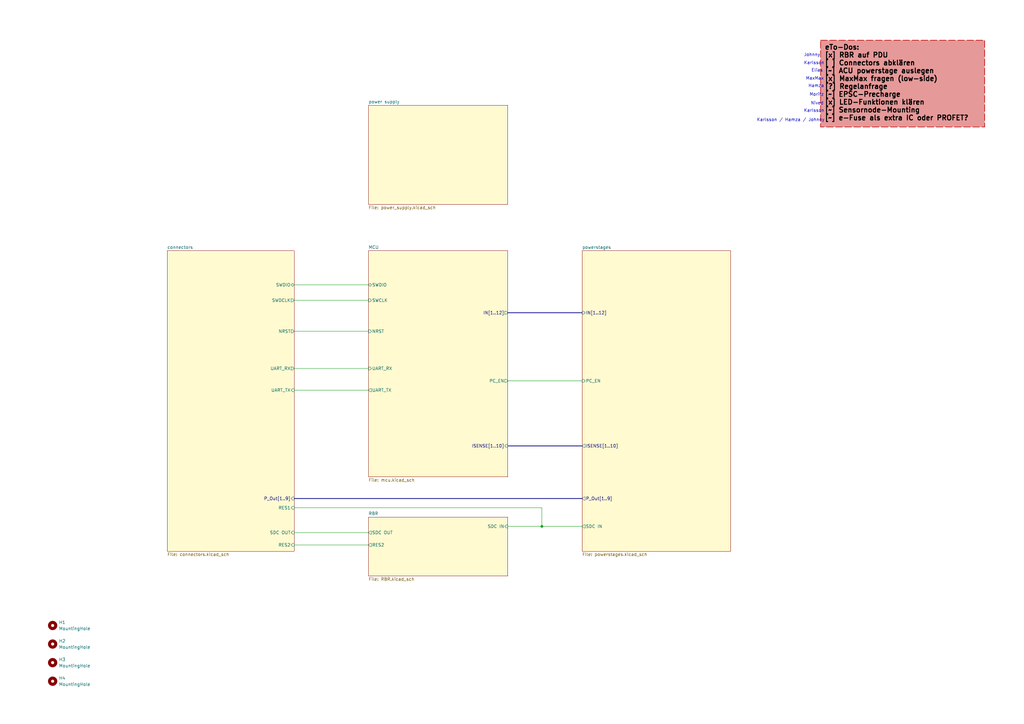
<source format=kicad_sch>
(kicad_sch (version 20231120) (generator "eeschema") (generator_version "8.0")
  (paper "A3")
  (title_block (title "PDU FT25") (date "2024-11-18") (rev "V1.0") (company "Janek Herm") (comment 1 "FaSTTUBe Electronics"))
  (lib_symbols
    (symbol "Mechanical:MountingHole" (pin_names (offset 1.016))
      (property "Reference" "H" (at 0 5.08 0))
      (property "Value" "MountingHole" (at 0 3.175 0))
      (symbol "MountingHole_0_1"
        (circle (center 0 0) (radius 1.27) (stroke (width 1.27)))
      )
    )
  )
  (junction (at 222.25 215.9))
  (wire (pts (xy 208.28 215.9) (xy 222.25 215.9)))
  (wire (pts (xy 120.65 160.02) (xy 151.13 160.02)))
  (bus (pts (xy 208.28 128.27) (xy 238.76 128.27)))
  (wire (pts (xy 208.28 156.21) (xy 238.76 156.21)))
  (wire (pts (xy 222.25 215.9) (xy 238.76 215.9)))
  (wire (pts (xy 120.65 208.28) (xy 222.25 208.28)))
  (wire (pts (xy 120.65 135.89) (xy 151.13 135.89)))
  (wire (pts (xy 222.25 208.28) (xy 222.25 215.9)))
  (wire (pts (xy 120.65 116.84) (xy 151.13 116.84)))
  (wire (pts (xy 120.65 123.19) (xy 151.13 123.19)))
  (bus (pts (xy 208.28 182.88) (xy 238.76 182.88)))
  (wire (pts (xy 120.65 151.13) (xy 151.13 151.13)))
  (wire (pts (xy 120.65 218.44) (xy 151.13 218.44)))
  (bus (pts (xy 120.65 204.47) (xy 238.76 204.47)))
  (wire (pts (xy 120.65 223.52) (xy 151.13 223.52)))
  (text_box "eTo-Dos:\n[x] RBR auf PDU\n[ ] Connectors abklären\n[~] ACU powerstage auslegen\n[x] MaxMax fragen (low-side)\n[?] Regelanfrage\n[~] EPSC-Precharge\n[x] LED-Funktionen klären\n[~] Sensornode-Mounting\n[~] e-Fuse als extra IC oder PROFET?" (at 336.55 16.51 0) (size 67.31 35.56) (stroke (width 0.25) (type dash) (color 194 0 0 1)) (fill (type color) (color 194 0 0 0.4)) (effects (font (size 2 2) (thickness 0.4) (bold yes)) (justify left top)))
  (text "Moritz" (at 331.978 38.862 0) (effects (font (size 1.27 1.27)) (justify left)))
  (text "Karlsson" (at 329.692 25.908 0) (effects (font (size 1.27 1.27)) (justify left)))
  (text "Nived" (at 332.486 42.418 0) (effects (font (size 1.27 1.27)) (justify left)))
  (text "Elias" (at 332.74 28.956 0) (effects (font (size 1.27 1.27)) (justify left)))
  (text "Hamza" (at 331.47 35.306 0) (effects (font (size 1.27 1.27)) (justify left)))
  (text "MaxMax" (at 330.454 32.258 0) (effects (font (size 1.27 1.27)) (justify left)))
  (text "Johnny" (at 329.692 22.606 0) (effects (font (size 1.27 1.27)) (justify left)))
  (text "Karlsson / Hamza / Johnny" (at 310.388 49.276 0) (effects (font (size 1.27 1.27)) (justify left)))
  (text "Karlsson" (at 329.692 45.466 0) (effects (font (size 1.27 1.27)) (justify left)))
  (symbol (lib_id "Mechanical:MountingHole") (at 21.59 271.78 0) (unit 1)
    (property "Reference" "H3" (at 24.13 270.5099 0) (effects (justify left)))
    (property "Value" "MountingHole" (at 24.13 273.0499 0) (effects (justify left)))
    (property "Footprint" "MountingHole:MountingHole_4.3mm_M4" (effects (hide yes)))
  )
  (symbol (lib_id "Mechanical:MountingHole") (at 21.59 279.4 0) (unit 1)
    (property "Reference" "H4" (at 24.13 278.1299 0) (effects (justify left)))
    (property "Value" "MountingHole" (at 24.13 280.6699 0) (effects (justify left)))
    (property "Footprint" "MountingHole:MountingHole_4.3mm_M4" (effects (hide yes)))
  )
  (symbol (lib_id "Mechanical:MountingHole") (at 21.59 264.16 0) (unit 1)
    (property "Reference" "H2" (at 24.13 262.8899 0) (effects (justify left)))
    (property "Value" "MountingHole" (at 24.13 265.4299 0) (effects (justify left)))
    (property "Footprint" "MountingHole:MountingHole_4.3mm_M4" (effects (hide yes)))
  )
  (symbol (lib_id "Mechanical:MountingHole") (at 21.59 256.54 0) (unit 1)
    (property "Reference" "H1" (at 24.13 255.2699 0) (effects (justify left)))
    (property "Value" "MountingHole" (at 24.13 257.8099 0) (effects (justify left)))
    (property "Footprint" "MountingHole:MountingHole_4.3mm_M4" (effects (hide yes)))
  )
  (sheet (at 151.13 102.87) (size 57.15 92.71) (stroke (width 0.1524)) (fill (color 255 250 208 1.0000))
    (property "Sheetname" "MCU" (at 151.13 102.1584 0) (effects (justify left bottom)))
    (property "Sheetfile" "mcu.kicad_sch" (at 151.13 196.1646 0) (effects (justify left top)))
    (pin "NRST" input (at 151.13 135.89 180))
    (pin "UART_TX" output (at 151.13 160.02 180))
    (pin "UART_RX" input (at 151.13 151.13 180))
    (pin "SWCLK" input (at 151.13 123.19 180))
    (pin "SWDIO" bidirectional (at 151.13 116.84 180))
    (pin "ISENSE[1..10]" input (at 208.28 182.88 0))
    (pin "IN[1..12]" output (at 208.28 128.27 0))
    (pin "PC_EN" output (at 208.28 156.21 0))
  )
  (sheet (at 151.13 43.18) (size 57.15 40.64) (stroke (width 0.1524)) (fill (color 255 250 208 1.0000))
    (property "Sheetname" "power supply" (at 151.13 42.4684 0) (effects (justify left bottom)))
    (property "Sheetfile" "power_supply.kicad_sch" (at 151.13 84.4046 0) (effects (justify left top)))
  )
  (sheet (at 238.76 102.87) (size 60.96 123.19) (stroke (width 0.1524)) (fill (color 255 250 208 1.0000))
    (property "Sheetname" "powerstages" (at 238.76 102.1584 0) (effects (justify left bottom)))
    (property "Sheetfile" "powerstages.kicad_sch" (at 238.76 226.6446 0) (effects (justify left top)))
    (pin "ISENSE[1..10]" output (at 238.76 182.88 180))
    (pin "IN[1..12]" input (at 238.76 128.27 180))
    (pin "P_Out[1..9]" output (at 238.76 204.47 180))
    (pin "SDC IN" output (at 238.76 215.9 180))
    (pin "PC_EN" input (at 238.76 156.21 180))
  )
  (sheet (at 151.13 212.09) (size 57.15 24.13) (stroke (width 0.1524)) (fill (color 255 250 208 1.0000))
    (property "Sheetname" "RBR" (at 151.13 211.3784 0) (effects (justify left bottom)))
    (property "Sheetfile" "RBR.kicad_sch" (at 151.13 236.8046 0) (effects (justify left top)))
    (pin "SDC IN" input (at 208.28 215.9 0))
    (pin "SDC OUT" output (at 151.13 218.44 180))
    (pin "RES2" output (at 151.13 223.52 180))
  )
  (sheet (at 68.58 102.87) (size 52.07 123.19) (stroke (width 0.1524)) (fill (color 255 250 208 1.0000))
    (property "Sheetname" "connectors" (at 68.58 102.1584 0) (effects (justify left bottom)))
    (property "Sheetfile" "connectors.kicad_sch" (at 68.58 226.6446 0) (effects (justify left top)))
    (pin "UART_TX" input (at 120.65 160.02 0))
    (pin "UART_RX" output (at 120.65 151.13 0))
    (pin "NRST" output (at 120.65 135.89 0))
    (pin "SWDCLK" output (at 120.65 123.19 0))
    (pin "SWDIO" bidirectional (at 120.65 116.84 0))
    (pin "P_Out[1..9]" input (at 120.65 204.47 0))
    (pin "SDC OUT" input (at 120.65 218.44 0))
    (pin "RES2" input (at 120.65 223.52 0))
    (pin "RES1" input (at 120.65 208.28 0))
  )
)
</source>
